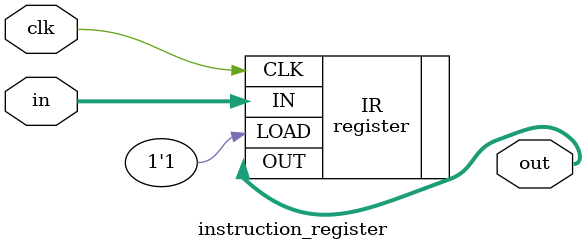
<source format=v>
module instruction_register (
    input wire clk,
    input wire[31:0] in,
    output wire[31:0] out
);
    register #(.SIZE(32)) IR (
        .CLK(clk),
        .IN(in),
        .OUT(out),
        .LOAD(1'b1)
    );
endmodule
</source>
